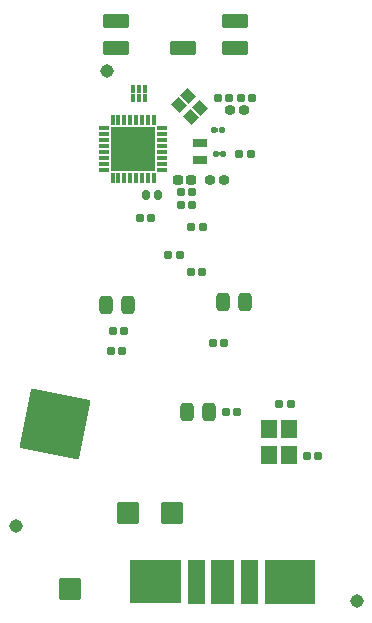
<source format=gbr>
G04 #@! TF.GenerationSoftware,KiCad,Pcbnew,(6.0.4)*
G04 #@! TF.CreationDate,2022-07-14T10:50:46-04:00*
G04 #@! TF.ProjectId,ratkit_design,7261746b-6974-45f6-9465-7369676e2e6b,RatKit2022_proA*
G04 #@! TF.SameCoordinates,PX41672a0PY65bcec0*
G04 #@! TF.FileFunction,Soldermask,Bot*
G04 #@! TF.FilePolarity,Negative*
%FSLAX46Y46*%
G04 Gerber Fmt 4.6, Leading zero omitted, Abs format (unit mm)*
G04 Created by KiCad (PCBNEW (6.0.4)) date 2022-07-14 10:50:46*
%MOMM*%
%LPD*%
G01*
G04 APERTURE LIST*
G04 Aperture macros list*
%AMRoundRect*
0 Rectangle with rounded corners*
0 $1 Rounding radius*
0 $2 $3 $4 $5 $6 $7 $8 $9 X,Y pos of 4 corners*
0 Add a 4 corners polygon primitive as box body*
4,1,4,$2,$3,$4,$5,$6,$7,$8,$9,$2,$3,0*
0 Add four circle primitives for the rounded corners*
1,1,$1+$1,$2,$3*
1,1,$1+$1,$4,$5*
1,1,$1+$1,$6,$7*
1,1,$1+$1,$8,$9*
0 Add four rect primitives between the rounded corners*
20,1,$1+$1,$2,$3,$4,$5,0*
20,1,$1+$1,$4,$5,$6,$7,0*
20,1,$1+$1,$6,$7,$8,$9,0*
20,1,$1+$1,$8,$9,$2,$3,0*%
G04 Aperture macros list end*
%ADD10C,1.143000*%
%ADD11RoundRect,0.063500X-0.850000X-0.850000X0.850000X-0.850000X0.850000X0.850000X-0.850000X0.850000X0*%
%ADD12RoundRect,0.063500X1.961158X-2.941744X2.941744X1.961158X-1.961158X2.941744X-2.941744X-1.961158X0*%
%ADD13RoundRect,0.063500X0.600000X-0.700000X0.600000X0.700000X-0.600000X0.700000X-0.600000X-0.700000X0*%
%ADD14RoundRect,0.203500X0.140000X0.170000X-0.140000X0.170000X-0.140000X-0.170000X0.140000X-0.170000X0*%
%ADD15RoundRect,0.203500X-0.140000X-0.170000X0.140000X-0.170000X0.140000X0.170000X-0.140000X0.170000X0*%
%ADD16RoundRect,0.126000X-0.337500X-0.062500X0.337500X-0.062500X0.337500X0.062500X-0.337500X0.062500X0*%
%ADD17RoundRect,0.126000X-0.062500X-0.337500X0.062500X-0.337500X0.062500X0.337500X-0.062500X0.337500X0*%
%ADD18RoundRect,0.063500X-1.800000X-1.800000X1.800000X-1.800000X1.800000X1.800000X-1.800000X1.800000X0*%
%ADD19RoundRect,0.198500X-0.135000X-0.185000X0.135000X-0.185000X0.135000X0.185000X-0.135000X0.185000X0*%
%ADD20RoundRect,0.163500X-0.130000X-0.100000X0.130000X-0.100000X0.130000X0.100000X-0.130000X0.100000X0*%
%ADD21RoundRect,0.313500X0.250000X0.475000X-0.250000X0.475000X-0.250000X-0.475000X0.250000X-0.475000X0*%
%ADD22RoundRect,0.063500X-0.133350X-0.274320X0.133350X-0.274320X0.133350X0.274320X-0.133350X0.274320X0*%
%ADD23RoundRect,0.223500X0.222500X0.160000X-0.222500X0.160000X-0.222500X-0.160000X0.222500X-0.160000X0*%
%ADD24RoundRect,0.223500X-0.197500X-0.160000X0.197500X-0.160000X0.197500X0.160000X-0.197500X0.160000X0*%
%ADD25RoundRect,0.063500X1.000000X0.500000X-1.000000X0.500000X-1.000000X-0.500000X1.000000X-0.500000X0*%
%ADD26RoundRect,0.313500X0.262500X0.450000X-0.262500X0.450000X-0.262500X-0.450000X0.262500X-0.450000X0*%
%ADD27RoundRect,0.063500X0.550000X-0.300000X0.550000X0.300000X-0.550000X0.300000X-0.550000X-0.300000X0*%
%ADD28RoundRect,0.063500X0.601041X-0.035355X-0.035355X0.601041X-0.601041X0.035355X0.035355X-0.601041X0*%
G04 APERTURE END LIST*
D10*
G04 #@! TO.C,FD7*
X15468600Y50368200D03*
G04 #@! TD*
D11*
G04 #@! TO.C,J102*
X12344400Y6502400D03*
G04 #@! TD*
G04 #@! TO.C,J103*
X20955000Y12954000D03*
G04 #@! TD*
G04 #@! TO.C,J101*
X17272000Y12954000D03*
G04 #@! TD*
D10*
G04 #@! TO.C,FD6*
X7747000Y11811000D03*
G04 #@! TD*
G04 #@! TO.C,FD5*
X36626800Y5461000D03*
G04 #@! TD*
D12*
G04 #@! TO.C,J51*
X11074400Y20497800D03*
G04 #@! TD*
D13*
G04 #@! TO.C,Y50*
X29198200Y17823000D03*
X29198200Y20023000D03*
X30898200Y20023000D03*
X30898200Y17823000D03*
G04 #@! TD*
D14*
G04 #@! TO.C,C2*
X22705000Y39039800D03*
X21745000Y39039800D03*
G04 #@! TD*
D15*
G04 #@! TO.C,C56*
X32387600Y17729200D03*
X33347600Y17729200D03*
G04 #@! TD*
D16*
G04 #@! TO.C,U1*
X15253800Y42014200D03*
X15253800Y42514200D03*
X15253800Y43014200D03*
X15253800Y43514200D03*
X15253800Y44014200D03*
X15253800Y44514200D03*
X15253800Y45014200D03*
X15253800Y45514200D03*
D17*
X15953800Y46214200D03*
X16453800Y46214200D03*
X16953800Y46214200D03*
X17453800Y46214200D03*
X17953800Y46214200D03*
X18453800Y46214200D03*
X18953800Y46214200D03*
X19453800Y46214200D03*
D16*
X20153800Y45514200D03*
X20153800Y45014200D03*
X20153800Y44514200D03*
X20153800Y44014200D03*
X20153800Y43514200D03*
X20153800Y43014200D03*
X20153800Y42514200D03*
X20153800Y42014200D03*
D17*
X19453800Y41314200D03*
X18953800Y41314200D03*
X18453800Y41314200D03*
X17953800Y41314200D03*
X17453800Y41314200D03*
X16953800Y41314200D03*
X16453800Y41314200D03*
X15953800Y41314200D03*
D18*
X17703800Y43764200D03*
G04 #@! TD*
D14*
G04 #@! TO.C,C69*
X23568600Y33324800D03*
X22608600Y33324800D03*
G04 #@! TD*
D15*
G04 #@! TO.C,C71*
X25552400Y21463000D03*
X26512400Y21463000D03*
G04 #@! TD*
D19*
G04 #@! TO.C,C3*
X18819400Y39827200D03*
X19839400Y39827200D03*
G04 #@! TD*
D20*
G04 #@! TO.C,C4*
X24699000Y43357800D03*
X25339000Y43357800D03*
G04 #@! TD*
D21*
G04 #@! TO.C,C68*
X27188200Y30784800D03*
X25288200Y30784800D03*
G04 #@! TD*
D22*
G04 #@! TO.C,AT1*
X18694400Y48038512D03*
X18186400Y48038512D03*
X17678400Y48038512D03*
X17678400Y48837088D03*
X18186400Y48837088D03*
X18694400Y48837088D03*
G04 #@! TD*
D14*
G04 #@! TO.C,C12*
X19250600Y37896800D03*
X18290600Y37896800D03*
G04 #@! TD*
D23*
G04 #@! TO.C,L1*
X22619700Y41148000D03*
X21474700Y41148000D03*
G04 #@! TD*
D24*
G04 #@! TO.C,R1*
X24167500Y41148000D03*
X25362500Y41148000D03*
G04 #@! TD*
D15*
G04 #@! TO.C,C55*
X30076200Y22199600D03*
X31036200Y22199600D03*
G04 #@! TD*
D21*
G04 #@! TO.C,C65*
X17256800Y30505400D03*
X15356800Y30505400D03*
G04 #@! TD*
D14*
G04 #@! TO.C,C66*
X16786800Y26619200D03*
X15826800Y26619200D03*
G04 #@! TD*
G04 #@! TO.C,C14*
X27658000Y43357800D03*
X26698000Y43357800D03*
G04 #@! TD*
G04 #@! TO.C,C10*
X25829200Y48082200D03*
X24869200Y48082200D03*
G04 #@! TD*
D25*
G04 #@! TO.C,AE1*
X16260600Y54591600D03*
X16260600Y52291600D03*
X21960600Y52291600D03*
X26360600Y52291600D03*
X26360600Y54591600D03*
G04 #@! TD*
D24*
G04 #@! TO.C,R2*
X25869300Y47040800D03*
X27064300Y47040800D03*
G04 #@! TD*
D14*
G04 #@! TO.C,C15*
X21638200Y34798000D03*
X20678200Y34798000D03*
G04 #@! TD*
G04 #@! TO.C,C16*
X23594000Y37185600D03*
X22634000Y37185600D03*
G04 #@! TD*
D20*
G04 #@! TO.C,C5*
X24546600Y45364400D03*
X25186600Y45364400D03*
G04 #@! TD*
D14*
G04 #@! TO.C,C67*
X16964600Y28371800D03*
X16004600Y28371800D03*
G04 #@! TD*
D26*
G04 #@! TO.C,C70*
X24077300Y21513800D03*
X22252300Y21513800D03*
G04 #@! TD*
D27*
G04 #@! TO.C,Y2*
X23339150Y42839050D03*
X23339150Y44239050D03*
G04 #@! TD*
D15*
G04 #@! TO.C,C63*
X24462800Y27305000D03*
X25422800Y27305000D03*
G04 #@! TD*
D14*
G04 #@! TO.C,C1*
X22705000Y40081200D03*
X21745000Y40081200D03*
G04 #@! TD*
D28*
G04 #@! TO.C,Y1*
X22590183Y46466183D03*
X21600234Y47456132D03*
X22378051Y48233949D03*
X23368000Y47244000D03*
G04 #@! TD*
D14*
G04 #@! TO.C,C11*
X27785000Y48082200D03*
X26825000Y48082200D03*
G04 #@! TD*
G36*
X21764373Y8962773D02*
G01*
X21767800Y8954500D01*
X21767800Y5294900D01*
X21764373Y5286627D01*
X21756100Y5283200D01*
X17461500Y5283200D01*
X17453227Y5286627D01*
X17449800Y5294900D01*
X17449800Y8954500D01*
X17453227Y8962773D01*
X17461500Y8966200D01*
X21756100Y8966200D01*
X21764373Y8962773D01*
G37*
G36*
X28266773Y8937373D02*
G01*
X28270200Y8929100D01*
X28270200Y5269500D01*
X28266773Y5261227D01*
X28258500Y5257800D01*
X26834100Y5257800D01*
X26825827Y5261227D01*
X26822400Y5269500D01*
X26822400Y8929100D01*
X26825827Y8937373D01*
X26834100Y8940800D01*
X28258500Y8940800D01*
X28266773Y8937373D01*
G37*
G36*
X23770973Y8937373D02*
G01*
X23774400Y8929100D01*
X23774400Y5269500D01*
X23770973Y5261227D01*
X23762700Y5257800D01*
X22338300Y5257800D01*
X22330027Y5261227D01*
X22326600Y5269500D01*
X22326600Y8929100D01*
X22330027Y8937373D01*
X22338300Y8940800D01*
X23762700Y8940800D01*
X23770973Y8937373D01*
G37*
G36*
X26260173Y8937373D02*
G01*
X26263600Y8929100D01*
X26263600Y5269500D01*
X26260173Y5261227D01*
X26251900Y5257800D01*
X24319500Y5257800D01*
X24311227Y5261227D01*
X24307800Y5269500D01*
X24307800Y8929100D01*
X24311227Y8937373D01*
X24319500Y8940800D01*
X26251900Y8940800D01*
X26260173Y8937373D01*
G37*
G36*
X33092773Y8937373D02*
G01*
X33096200Y8929100D01*
X33096200Y5269500D01*
X33092773Y5261227D01*
X33084500Y5257800D01*
X28840700Y5257800D01*
X28832427Y5261227D01*
X28829000Y5269500D01*
X28829000Y8929100D01*
X28832427Y8937373D01*
X28840700Y8940800D01*
X33084500Y8940800D01*
X33092773Y8937373D01*
G37*
G36*
X33086861Y8947648D02*
G01*
X33097541Y8943224D01*
X33098624Y8942141D01*
X33103048Y8931461D01*
X33103200Y8930696D01*
X33103200Y5267904D01*
X33103048Y5267139D01*
X33098624Y5256459D01*
X33097541Y5255376D01*
X33086861Y5250952D01*
X33086096Y5250800D01*
X28839104Y5250800D01*
X28838339Y5250952D01*
X28827659Y5255376D01*
X28826576Y5256459D01*
X28825192Y5259800D01*
X28831000Y5259800D01*
X33094200Y5259800D01*
X33094200Y8938800D01*
X28831000Y8938800D01*
X28831000Y5259800D01*
X28825192Y5259800D01*
X28822152Y5267139D01*
X28822000Y5267904D01*
X28822000Y8930696D01*
X28822152Y8931461D01*
X28826576Y8942141D01*
X28827659Y8943224D01*
X28838339Y8947648D01*
X28839104Y8947800D01*
X33086096Y8947800D01*
X33086861Y8947648D01*
G37*
G36*
X28260861Y8947648D02*
G01*
X28271541Y8943224D01*
X28272624Y8942141D01*
X28277048Y8931461D01*
X28277200Y8930696D01*
X28277200Y5267904D01*
X28277048Y5267139D01*
X28272624Y5256459D01*
X28271541Y5255376D01*
X28260861Y5250952D01*
X28260096Y5250800D01*
X26832504Y5250800D01*
X26831739Y5250952D01*
X26821059Y5255376D01*
X26819976Y5256459D01*
X26818592Y5259800D01*
X26824400Y5259800D01*
X28268200Y5259800D01*
X28268200Y8938800D01*
X26824400Y8938800D01*
X26824400Y5259800D01*
X26818592Y5259800D01*
X26815552Y5267139D01*
X26815400Y5267904D01*
X26815400Y8930696D01*
X26815552Y8931461D01*
X26819976Y8942141D01*
X26821059Y8943224D01*
X26831739Y8947648D01*
X26832504Y8947800D01*
X28260096Y8947800D01*
X28260861Y8947648D01*
G37*
G36*
X26254261Y8947648D02*
G01*
X26264941Y8943224D01*
X26266024Y8942141D01*
X26270448Y8931461D01*
X26270600Y8930696D01*
X26270600Y5267904D01*
X26270448Y5267139D01*
X26266024Y5256459D01*
X26264941Y5255376D01*
X26254261Y5250952D01*
X26253496Y5250800D01*
X24317904Y5250800D01*
X24317139Y5250952D01*
X24306459Y5255376D01*
X24305376Y5256459D01*
X24303992Y5259800D01*
X24309800Y5259800D01*
X26261600Y5259800D01*
X26261600Y8938800D01*
X24309800Y8938800D01*
X24309800Y5259800D01*
X24303992Y5259800D01*
X24300952Y5267139D01*
X24300800Y5267904D01*
X24300800Y8930696D01*
X24300952Y8931461D01*
X24305376Y8942141D01*
X24306459Y8943224D01*
X24317139Y8947648D01*
X24317904Y8947800D01*
X26253496Y8947800D01*
X26254261Y8947648D01*
G37*
G36*
X23765061Y8947648D02*
G01*
X23775741Y8943224D01*
X23776824Y8942141D01*
X23781248Y8931461D01*
X23781400Y8930696D01*
X23781400Y5267904D01*
X23781248Y5267139D01*
X23776824Y5256459D01*
X23775741Y5255376D01*
X23765061Y5250952D01*
X23764296Y5250800D01*
X22336704Y5250800D01*
X22335939Y5250952D01*
X22325259Y5255376D01*
X22324176Y5256459D01*
X22322792Y5259800D01*
X22328600Y5259800D01*
X23772400Y5259800D01*
X23772400Y8938800D01*
X22328600Y8938800D01*
X22328600Y5259800D01*
X22322792Y5259800D01*
X22319752Y5267139D01*
X22319600Y5267904D01*
X22319600Y8930696D01*
X22319752Y8931461D01*
X22324176Y8942141D01*
X22325259Y8943224D01*
X22335939Y8947648D01*
X22336704Y8947800D01*
X23764296Y8947800D01*
X23765061Y8947648D01*
G37*
G36*
X21758461Y8973048D02*
G01*
X21769141Y8968624D01*
X21770224Y8967541D01*
X21774648Y8956861D01*
X21774800Y8956096D01*
X21774800Y5293304D01*
X21774648Y5292539D01*
X21770224Y5281859D01*
X21769141Y5280776D01*
X21758461Y5276352D01*
X21757696Y5276200D01*
X17459904Y5276200D01*
X17459139Y5276352D01*
X17448459Y5280776D01*
X17447376Y5281859D01*
X17445992Y5285200D01*
X17451800Y5285200D01*
X21765800Y5285200D01*
X21765800Y8964200D01*
X17451800Y8964200D01*
X17451800Y5285200D01*
X17445992Y5285200D01*
X17442952Y5292539D01*
X17442800Y5293304D01*
X17442800Y8956096D01*
X17442952Y8956861D01*
X17447376Y8967541D01*
X17448459Y8968624D01*
X17459139Y8973048D01*
X17459904Y8973200D01*
X21757696Y8973200D01*
X21758461Y8973048D01*
G37*
G36*
X24979995Y43523783D02*
G01*
X25009512Y43504061D01*
X25046239Y43511367D01*
X25056501Y43521629D01*
X25058433Y43522147D01*
X25059847Y43520733D01*
X25059877Y43519825D01*
X25047500Y43457601D01*
X25047500Y43257999D01*
X25059831Y43196010D01*
X25060779Y43194591D01*
X25060910Y43192595D01*
X25059247Y43191484D01*
X25058005Y43191817D01*
X25028488Y43211539D01*
X24991761Y43204233D01*
X24981499Y43193971D01*
X24979567Y43193453D01*
X24978153Y43194867D01*
X24978123Y43195775D01*
X24990500Y43257999D01*
X24990500Y43457601D01*
X24978169Y43519590D01*
X24977221Y43521009D01*
X24977090Y43523005D01*
X24978753Y43524116D01*
X24979995Y43523783D01*
G37*
G36*
X24827595Y45530383D02*
G01*
X24857112Y45510661D01*
X24893839Y45517967D01*
X24904101Y45528229D01*
X24906033Y45528747D01*
X24907447Y45527333D01*
X24907477Y45526425D01*
X24895100Y45464201D01*
X24895100Y45264599D01*
X24907431Y45202610D01*
X24908379Y45201191D01*
X24908510Y45199195D01*
X24906847Y45198084D01*
X24905605Y45198417D01*
X24876088Y45218139D01*
X24839361Y45210833D01*
X24829099Y45200571D01*
X24827167Y45200053D01*
X24825753Y45201467D01*
X24825723Y45202375D01*
X24838100Y45264599D01*
X24838100Y45464201D01*
X24825769Y45526190D01*
X24824821Y45527609D01*
X24824690Y45529605D01*
X24826353Y45530716D01*
X24827595Y45530383D01*
G37*
M02*

</source>
